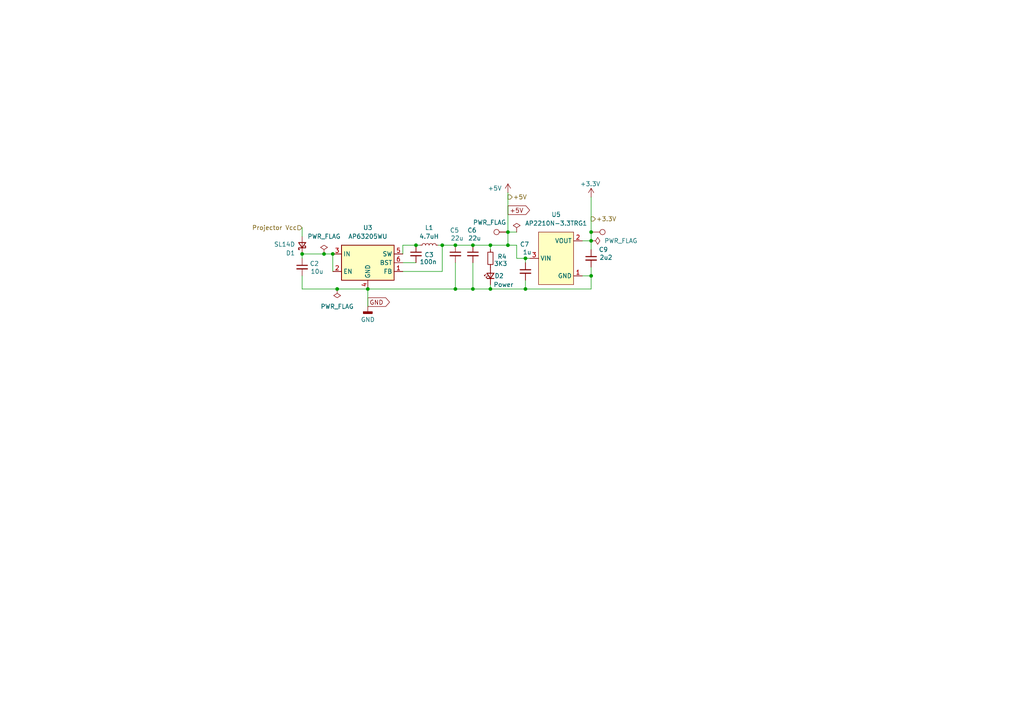
<source format=kicad_sch>
(kicad_sch (version 20231120) (generator "eeschema") (generator_version "8.0")
  (paper "A4")
  (lib_symbols
    (symbol "Device:C_Small" (pin_numbers hide) (pin_names (offset 0.254) hide)
      (property "Reference" "C" (at 0.254 1.778 0))
      (property "Value" "C_Small" (at 0.254 -2.032 0))
      (symbol "C_Small_0_1"
        (polyline (pts (xy -1.524 -0.508) (xy 1.524 -0.508)) (stroke (width 0.3302)))
        (polyline (pts (xy -1.524 0.508) (xy 1.524 0.508)) (stroke (width 0.3048)))
      )
      (symbol "C_Small_1_1"
        (pin passive line (at 0 2.54 270) (length 2.032) (name "~") (number "1"))
        (pin passive line (at 0 -2.54 90) (length 2.032) (name "~") (number "2"))
      )
    )
    (symbol "Device:D_Schottky_Small" (pin_numbers hide) (pin_names (offset 0.254) hide)
      (property "Reference" "D" (at -1.27 2.032 0))
      (property "Value" "D_Schottky_Small" (at -7.112 -2.032 0))
      (symbol "D_Schottky_Small_0_1"
        (polyline (pts (xy -0.762 0) (xy 0.762 0)))
        (polyline (pts (xy 0.762 -1.016) (xy -0.762 0) (xy 0.762 1.016) (xy 0.762 -1.016)) (stroke (width 0.254)))
        (polyline (pts (xy -1.27 0.762) (xy -1.27 1.016) (xy -0.762 1.016) (xy -0.762 -1.016) (xy -0.254 -1.016) (xy -0.254 -0.762)) (stroke (width 0.254)))
      )
      (symbol "D_Schottky_Small_1_1"
        (pin passive line (at -2.54 0 0) (length 1.778) (name "K") (number "1"))
        (pin passive line (at 2.54 0 180) (length 1.778) (name "A") (number "2"))
      )
    )
    (symbol "Device:LED_Small" (pin_numbers hide) (pin_names (offset 0.254) hide)
      (property "Reference" "D" (at -1.27 3.175 0))
      (property "Value" "LED_Small" (at -4.445 -2.54 0))
      (symbol "LED_Small_0_1"
        (polyline (pts (xy -0.762 -1.016) (xy -0.762 1.016)) (stroke (width 0.254)))
        (polyline (pts (xy 1.016 0) (xy -0.762 0)))
        (polyline (pts (xy 0.762 -1.016) (xy -0.762 0) (xy 0.762 1.016) (xy 0.762 -1.016)) (stroke (width 0.254)))
        (polyline (pts (xy 0 0.762) (xy -0.508 1.27) (xy -0.254 1.27) (xy -0.508 1.27) (xy -0.508 1.016)))
        (polyline (pts (xy 0.508 1.27) (xy 0 1.778) (xy 0.254 1.778) (xy 0 1.778) (xy 0 1.524)))
      )
      (symbol "LED_Small_1_1"
        (pin passive line (at -2.54 0 0) (length 1.778) (name "K") (number "1"))
        (pin passive line (at 2.54 0 180) (length 1.778) (name "A") (number "2"))
      )
    )
    (symbol "Device:L_Small" (pin_numbers hide) (pin_names (offset 0.254) hide)
      (property "Reference" "L" (at 0.762 1.016 0))
      (property "Value" "L_Small" (at 0.762 -1.016 0))
      (symbol "L_Small_0_1"
        (arc (start 0 -2.032) (mid 0.5058 -1.524) (end 0 -1.016))
        (arc (start 0 -1.016) (mid 0.5058 -0.508) (end 0 0))
        (arc (start 0 0) (mid 0.5058 0.508) (end 0 1.016))
        (arc (start 0 1.016) (mid 0.5058 1.524) (end 0 2.032))
      )
      (symbol "L_Small_1_1"
        (pin passive line (at 0 2.54 270) (length 0.508) (name "~") (number "1"))
        (pin passive line (at 0 -2.54 90) (length 0.508) (name "~") (number "2"))
      )
    )
    (symbol "Device:R_Small" (pin_numbers hide) (pin_names (offset 0.254) hide)
      (property "Reference" "R" (at 0.762 0.508 0))
      (property "Value" "R_Small" (at 0.762 -1.016 0))
      (symbol "R_Small_0_1"
        (rectangle (start -0.762 1.778) (end 0.762 -1.778) (stroke (width 0.2032)))
      )
      (symbol "R_Small_1_1"
        (pin passive line (at 0 2.54 270) (length 0.762) (name "~") (number "1"))
        (pin passive line (at 0 -2.54 90) (length 0.762) (name "~") (number "2"))
      )
    )
    (symbol "Peacemans Teile:TestPoint_named" (pin_numbers hide) (pin_names (offset 0.762) hide)
      (symbol "TestPoint_named_0_1"
        (circle (center 0 3.302) (radius 0.762))
      )
      (symbol "TestPoint_named_1_1"
        (pin passive line (at 0 0 90) (length 2.54) (name "1") (number "1"))
      )
    )
    (symbol "Regulator_Switching:AP63205WU"
      (property "Reference" "U" (at -7.62 6.35 0))
      (property "Value" "AP63205WU" (at 2.54 6.35 0))
      (symbol "AP63205WU_0_1"
        (rectangle (start -7.62 5.08) (end 7.62 -5.08) (stroke (width 0.254)) (fill (type background)))
      )
      (symbol "AP63205WU_1_1"
        (pin input line (at 10.16 -2.54 180) (length 2.54) (name "FB") (number "1"))
        (pin input line (at -10.16 -2.54 0) (length 2.54) (name "EN") (number "2"))
        (pin power_in line (at -10.16 2.54 0) (length 2.54) (name "IN") (number "3"))
        (pin power_in line (at 0 -7.62 90) (length 2.54) (name "GND") (number "4"))
        (pin output line (at 10.16 2.54 180) (length 2.54) (name "SW") (number "5"))
        (pin passive line (at 10.16 0 180) (length 2.54) (name "BST") (number "6"))
      )
    )
    (symbol "easyEDA:AP2210N-3.3TRG1"
      (property "Reference" "U" (at 0 12.7 0))
      (property "Value" "AP2210N-3.3TRG1" (at 0 -12.7 0))
      (symbol "AP2210N-3.3TRG1_0_1"
        (rectangle (start -7.62 5.08) (end 7.62 -5.08) (fill (type background)))
        (pin input line (at 5.08 -7.62 90) (length 2.54) (name "VOUT") (number "2"))
        (pin power_in line (at 0 7.62 270) (length 2.54) (name "VIN") (number "3"))
      )
      (symbol "AP2210N-3.3TRG1_1_1"
        (pin power_in line (at -5.08 -7.62 90) (length 2.54) (name "GND") (number "1"))
      )
    )
    (symbol "power:+3.3V" (power) (pin_numbers hide) (pin_names (offset 0) hide)
      (property "Value" "+3.3V" (at 0 3.556 0))
      (symbol "+3.3V_0_1"
        (polyline (pts (xy -0.762 1.27) (xy 0 2.54)))
        (polyline (pts (xy 0 0) (xy 0 2.54)))
        (polyline (pts (xy 0 2.54) (xy 0.762 1.27)))
      )
      (symbol "+3.3V_1_1"
        (pin power_in line (at 0 0 90) (length 0) (name "~") (number "1"))
      )
    )
    (symbol "power:+5V" (power) (pin_numbers hide) (pin_names (offset 0) hide)
      (property "Value" "+5V" (at 0 3.556 0))
      (symbol "+5V_0_1"
        (polyline (pts (xy -0.762 1.27) (xy 0 2.54)))
        (polyline (pts (xy 0 0) (xy 0 2.54)))
        (polyline (pts (xy 0 2.54) (xy 0.762 1.27)))
      )
      (symbol "+5V_1_1"
        (pin power_in line (at 0 0 90) (length 0) (name "~") (number "1"))
      )
    )
    (symbol "power:GNDD" (power) (pin_numbers hide) (pin_names (offset 0) hide)
      (property "Value" "GNDD" (at 0 -3.175 0))
      (symbol "GNDD_0_1"
        (rectangle (start -1.27 -1.524) (end 1.27 -2.032) (stroke (width 0.254)) (fill (type outline)))
        (polyline (pts (xy 0 0) (xy 0 -1.524)))
      )
      (symbol "GNDD_1_1"
        (pin power_in line (at 0 0 270) (length 0) (name "~") (number "1"))
      )
    )
    (symbol "power:PWR_FLAG" (power) (pin_numbers hide) (pin_names (offset 0) hide)
      (property "Value" "PWR_FLAG" (at 0 3.81 0))
      (symbol "PWR_FLAG_0_0"
        (pin power_out line (at 0 0 90) (length 0) (name "~") (number "1"))
      )
      (symbol "PWR_FLAG_0_1"
        (polyline (pts (xy 0 0) (xy 0 1.27) (xy -1.016 1.905) (xy 0 2.54) (xy 1.016 1.905) (xy 0 1.27)))
      )
    )
  )
  (junction (at 147.32 71.12))
  (junction (at 120.65 71.12))
  (junction (at 137.16 71.12))
  (junction (at 152.4 83.82))
  (junction (at 171.45 80.01))
  (junction (at 171.45 67.31))
  (junction (at 171.45 69.85))
  (junction (at 132.08 71.12))
  (junction (at 97.79 83.82))
  (junction (at 106.68 83.82))
  (junction (at 93.98 73.66))
  (junction (at 96.52 73.66))
  (junction (at 142.24 71.12))
  (junction (at 132.08 83.82))
  (junction (at 128.27 71.12))
  (junction (at 142.24 83.82))
  (junction (at 137.16 83.82))
  (junction (at 147.32 67.31))
  (junction (at 87.63 73.66))
  (junction (at 152.4 74.93))
  (wire (pts (xy 171.45 80.01) (xy 171.45 77.47)))
  (wire (pts (xy 87.63 73.66) (xy 87.63 74.93)))
  (wire (pts (xy 127 71.12) (xy 128.27 71.12)))
  (wire (pts (xy 87.63 73.66) (xy 93.98 73.66)))
  (wire (pts (xy 171.45 67.31) (xy 171.45 69.85)))
  (wire (pts (xy 149.86 71.12) (xy 147.32 71.12)))
  (wire (pts (xy 168.91 69.85) (xy 171.45 69.85)))
  (wire (pts (xy 96.52 73.66) (xy 96.52 78.74)))
  (wire (pts (xy 149.86 71.12) (xy 149.86 74.93)))
  (wire (pts (xy 93.98 73.66) (xy 96.52 73.66)))
  (wire (pts (xy 128.27 78.74) (xy 116.84 78.74)))
  (wire (pts (xy 116.84 71.12) (xy 120.65 71.12)))
  (wire (pts (xy 171.45 80.01) (xy 171.45 83.82)))
  (wire (pts (xy 116.84 73.66) (xy 116.84 71.12)))
  (wire (pts (xy 171.45 83.82) (xy 152.4 83.82)))
  (wire (pts (xy 87.63 66.04) (xy 87.63 68.58)))
  (wire (pts (xy 128.27 71.12) (xy 128.27 78.74)))
  (wire (pts (xy 168.91 80.01) (xy 171.45 80.01)))
  (wire (pts (xy 87.63 83.82) (xy 97.79 83.82)))
  (wire (pts (xy 128.27 71.12) (xy 132.08 71.12)))
  (wire (pts (xy 147.32 55.88) (xy 147.32 67.31)))
  (wire (pts (xy 132.08 83.82) (xy 132.08 76.2)))
  (wire (pts (xy 87.63 80.01) (xy 87.63 83.82)))
  (wire (pts (xy 147.32 67.31) (xy 147.32 71.12)))
  (wire (pts (xy 171.45 57.15) (xy 171.45 67.31)))
  (wire (pts (xy 106.68 83.82) (xy 132.08 83.82)))
  (wire (pts (xy 142.24 72.39) (xy 142.24 71.12)))
  (wire (pts (xy 106.68 83.82) (xy 106.68 88.9)))
  (wire (pts (xy 137.16 83.82) (xy 142.24 83.82)))
  (wire (pts (xy 142.24 82.55) (xy 142.24 83.82)))
  (wire (pts (xy 147.32 67.31) (xy 149.86 67.31)))
  (wire (pts (xy 97.79 83.82) (xy 106.68 83.82)))
  (wire (pts (xy 116.84 76.2) (xy 120.65 76.2)))
  (wire (pts (xy 149.86 74.93) (xy 152.4 74.93)))
  (wire (pts (xy 137.16 71.12) (xy 142.24 71.12)))
  (wire (pts (xy 137.16 83.82) (xy 137.16 76.2)))
  (wire (pts (xy 132.08 83.82) (xy 137.16 83.82)))
  (wire (pts (xy 120.65 71.12) (xy 121.92 71.12)))
  (wire (pts (xy 132.08 71.12) (xy 137.16 71.12)))
  (wire (pts (xy 142.24 83.82) (xy 152.4 83.82)))
  (wire (pts (xy 171.45 69.85) (xy 171.45 72.39)))
  (wire (pts (xy 142.24 71.12) (xy 147.32 71.12)))
  (wire (pts (xy 152.4 74.93) (xy 152.4 76.2)))
  (wire (pts (xy 152.4 81.28) (xy 152.4 83.82)))
  (wire (pts (xy 152.4 74.93) (xy 153.67 74.93)))
  (global_label "GND" (shape output) (at 106.68 87.63 0) (property "Intersheetrefs" "${INTERSHEET_REFS}" (effects (hide yes))))
  (global_label "+5V" (shape output) (at 147.32 60.96 0) (property "Intersheetrefs" "${INTERSHEET_REFS}" (effects (hide yes))))
  (hierarchical_label "+3.3V" (shape output) (at 171.45 63.5 0))
  (hierarchical_label "+5V" (shape output) (at 147.32 57.15 0))
  (hierarchical_label "Projector Vcc" (shape input) (at 87.63 66.04 180))
  (symbol (lib_id "easyEDA:AP2210N-3.3TRG1") (at 161.29 74.93 90) (unit 1)
    (property "Reference" "U5" (at 161.29 62.23 90))
    (property "Value" "AP2210N-3.3TRG1" (at 161.29 64.77 90))
    (property "Footprint" "Package_TO_SOT_SMD:SOT-23-3" (effects (hide yes)))
    (property "Datasheet" "https://lcsc.com/product-detail/Low-Dropout-Regulators-LDO_DIODES_AP2210N-3-3TRG1_AP2210N-3-3TRG1_C155508.html" (effects (hide yes)))
    (property "LCSC Part" "C155508" (effects (hide yes)))
  )
  (symbol (lib_id "Peacemans Teile:TestPoint_named") (at 171.45 67.31 270) (unit 1)
    (property "Reference" "TP8" (effects (hide yes)))
    (property "Value" "3V3" (effects (hide yes)))
    (property "Footprint" "TestPoint:TestPoint_Pad_D1.0mm" (effects (hide yes)))
    (property "Description" "test point" (effects (hide yes)))
  )
  (symbol (lib_id "Device:R_Small") (at 142.24 74.93 0) (unit 1)
    (property "Reference" "R4" (at 144.272 74.422 0) (effects (justify left)))
    (property "Value" "3K3" (at 143.256 76.454 0) (effects (justify left)))
    (property "Footprint" "Resistor_SMD:R_0603_1608Metric" (effects (hide yes)))
    (property "LCSC" "C26010" (effects (hide yes)))
    (property "Inventory" "B" (effects (hide yes)))
  )
  (symbol (lib_id "Device:C_Small") (at 171.45 74.93 0) (unit 1)
    (property "Reference" "C9" (at 175.006 72.39 0))
    (property "Value" "2u2" (at 175.768 74.676 0))
    (property "Footprint" "Capacitor_SMD:C_0603_1608Metric" (effects (hide yes)))
  )
  (symbol (lib_id "Regulator_Switching:AP63205WU") (at 106.68 76.2 0) (unit 1)
    (property "Reference" "U3" (at 106.68 66.04 0))
    (property "Value" "AP63205WU" (at 106.68 68.58 0))
    (property "Footprint" "Package_TO_SOT_SMD:TSOT-23-6" (effects (hide yes)))
    (property "Datasheet" "https://www.diodes.com/assets/Datasheets/AP63200-AP63201-AP63203-AP63205.pdf" (effects (hide yes)))
    (property "Description" "2A, 1.1MHz Buck DC/DC Converter, fixed 5.0V output voltage, TSOT-23-6" (effects (hide yes)))
  )
  (symbol (lib_id "power:PWR_FLAG") (at 97.79 83.82 180) (unit 1)
    (property "Reference" "#FLG02" (effects (hide yes)))
    (property "Value" "PWR_FLAG" (at 97.79 88.9 0))
    (property "Description" "Special symbol for telling ERC where power comes from" (effects (hide yes)))
  )
  (symbol (lib_id "power:GNDD") (at 106.68 88.9 0) (unit 1)
    (property "Reference" "#PWR04" (effects (hide yes)))
    (property "Value" "GND" (at 106.68 92.71 0))
    (property "Description" "Power symbol creates a global label with name \"GNDD\" , digital ground" (effects (hide yes)))
  )
  (symbol (lib_id "Device:C_Small") (at 152.4 78.74 0) (unit 1)
    (property "Reference" "C7" (at 152.146 70.866 0))
    (property "Value" "1u" (at 152.908 73.152 0))
    (property "Footprint" "Capacitor_SMD:C_0603_1608Metric" (effects (hide yes)))
  )
  (symbol (lib_id "power:PWR_FLAG") (at 171.45 69.85 270) (unit 1)
    (property "Reference" "#FLG04" (effects (hide yes)))
    (property "Value" "PWR_FLAG" (at 175.26 69.8499 90) (effects (justify left)))
    (property "Description" "Special symbol for telling ERC where power comes from" (effects (hide yes)))
  )
  (symbol (lib_id "power:PWR_FLAG") (at 93.98 73.66 0) (unit 1)
    (property "Reference" "#FLG01" (effects (hide yes)))
    (property "Value" "PWR_FLAG" (at 93.98 68.58 0))
    (property "Description" "Special symbol for telling ERC where power comes from" (effects (hide yes)))
  )
  (symbol (lib_id "Device:C_Small") (at 120.65 73.66 0) (unit 1)
    (property "Reference" "C3" (at 124.46 73.914 0))
    (property "Value" "100n" (at 124.206 75.946 0))
    (property "Footprint" "Capacitor_SMD:C_0603_1608Metric" (effects (hide yes)))
  )
  (symbol (lib_id "Peacemans Teile:TestPoint_named") (at 147.32 67.31 90) (unit 1)
    (property "Reference" "TP7" (effects (hide yes)))
    (property "Value" "5V" (effects (hide yes)))
    (property "Footprint" "TestPoint:TestPoint_Pad_D1.0mm" (effects (hide yes)))
    (property "Description" "test point" (effects (hide yes)))
  )
  (symbol (lib_id "Device:C_Small") (at 87.63 77.47 0) (unit 1)
    (property "Reference" "C2" (at 91.186 76.454 0))
    (property "Value" "10u" (at 91.948 78.74 0))
    (property "Footprint" "Capacitor_SMD:C_0603_1608Metric" (effects (hide yes)))
  )
  (symbol (lib_id "Device:L_Small") (at 124.46 71.12 90) (unit 1)
    (property "Reference" "L1" (at 124.46 66.04 90))
    (property "Value" "4.7uH" (at 124.46 68.58 90))
    (property "Footprint" "easyEDA:IND-SMD_L3.0-W3.0" (effects (hide yes)))
    (property "Datasheet" "https://www.lcsc.com/datasheet/lcsc_datasheet_2410121924_Murata-Electronics-LQH3NPZ4R7MMEL_C527613.pdf" (effects (hide yes)))
    (property "Description" "Inductor, small symbol" (effects (hide yes)))
    (property "LCSC" "C527613" (effects (hide yes)))
    (property "LCSC Part" "C2929429" (effects (hide yes)))
  )
  (symbol (lib_id "Device:D_Schottky_Small") (at 87.63 71.12 90) (unit 1)
    (property "Reference" "D1" (at 85.598 73.406 90) (effects (justify left)))
    (property "Value" "SL14D" (at 85.598 70.866 90) (effects (justify left)))
    (property "Footprint" "Diode_SMD:D_SMA" (effects (hide yes)))
    (property "Description" "Schottky diode, small symbol" (effects (hide yes)))
  )
  (symbol (lib_id "power:PWR_FLAG") (at 149.86 67.31 0) (unit 1)
    (property "Reference" "#FLG03" (effects (hide yes)))
    (property "Value" "PWR_FLAG" (at 141.986 64.516 0))
    (property "Description" "Special symbol for telling ERC where power comes from" (effects (hide yes)))
  )
  (symbol (lib_id "power:+5V") (at 147.32 55.88 0) (unit 1)
    (property "Reference" "#PWR09" (effects (hide yes)))
    (property "Value" "+5V" (at 143.51 54.61 0))
    (property "Description" "Power symbol creates a global label with name \"+5V\"" (effects (hide yes)))
  )
  (symbol (lib_id "Device:C_Small") (at 132.08 73.66 0) (unit 1)
    (property "Reference" "C5" (at 131.826 66.802 0))
    (property "Value" "22u" (at 132.588 69.088 0))
    (property "Footprint" "Capacitor_SMD:C_0603_1608Metric" (effects (hide yes)))
  )
  (symbol (lib_id "power:+3.3V") (at 171.45 57.15 0) (unit 1)
    (property "Reference" "#PWR017" (effects (hide yes)))
    (property "Value" "+3.3V" (at 171.196 53.34 0))
    (property "Description" "Power symbol creates a global label with name \"+3.3V\"" (effects (hide yes)))
  )
  (symbol (lib_id "Device:C_Small") (at 137.16 73.66 0) (unit 1)
    (property "Reference" "C6" (at 136.906 66.802 0))
    (property "Value" "22u" (at 137.668 69.088 0))
    (property "Footprint" "Capacitor_SMD:C_0603_1608Metric" (effects (hide yes)))
  )
  (symbol (lib_id "Device:LED_Small") (at 142.24 80.01 90) (unit 1)
    (property "Reference" "D2" (at 144.78 80.01 90))
    (property "Value" "Power" (at 146.05 82.55 90))
    (property "Footprint" "LED_SMD:LED_0805_2012Metric" (effects (hide yes)))
    (property "Datasheet" "https://datasheet.lcsc.com/lcsc/1806151820_Hubei-KENTO-Elec-KT-0805G_C2297.pdf" (effects (hide yes)))
    (property "LCSC" "C2297" (effects (hide yes)))
    (property "Inventory" "B" (effects (hide yes)))
  )
)
</source>
